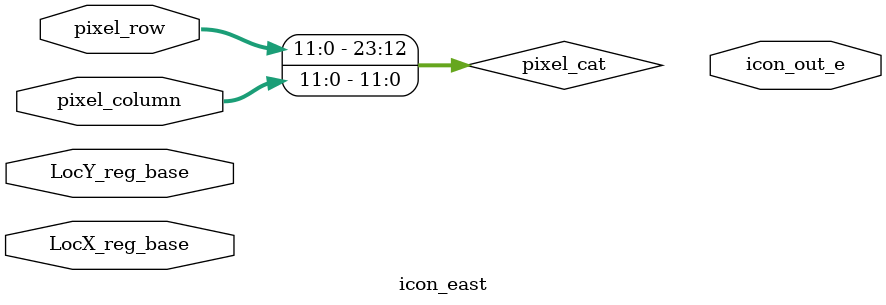
<source format=sv>
`timescale 1ns / 1ps
module icon_east(

	input wire [11:0] pixel_column,
	input wire [11:0] pixel_row,
	input wire [11:0] LocY_reg_base,
	input wire [11:0] LocX_reg_base,
	output wire [1:0] icon_out_e
);
 wire [23:0] pixel_cat;
 
 assign pixel_cat = {pixel_row, pixel_column};
 
 always @(*)
	if  (pixel_cat == {(LocY_reg_base+3), (LocX_reg_base+6)}) icon_out = 1;
	else if (pixel_cat == {(LocY_reg_base+3), (LocX_reg_base+7)}) icon_out = 1;
	else if (pixel_cat == {(LocY_reg_base+3), (LocX_reg_base+8)}) icon_out = 1;
	else if (pixel_cat == {(LocY_reg_base+3), (LocX_reg_base+9)}) icon_out = 1;
	else if (pixel_cat == {(LocY_reg_base+3), (LocX_reg_base+10)}) icon_out = 1;
	else if (pixel_cat == {(LocY_reg_base+3), (LocX_reg_base+11)}) icon_out = 1;
	else if (pixel_cat == {(LocY_reg_base+3), (LocX_reg_base+12)}) icon_out = 1;
	else if (pixel_cat == {(LocY_reg_base+3), (LocX_reg_base+13)}) icon_out = 1;
	
	else if (pixel_cat == {(LocY_reg_base+4), (LocX_reg_base+4)}) icon_out = 2;
	else if (pixel_cat == {(LocY_reg_base+4), (LocX_reg_base+5)}) icon_out = 1;
	else if (pixel_cat == {(LocY_reg_base+4), (LocX_reg_base+6)}) icon_out = 1;
	else if (pixel_cat == {(LocY_reg_base+4), (LocX_reg_base+7)}) icon_out = 1;
	else if (pixel_cat == {(LocY_reg_base+4), (LocX_reg_base+8)}) icon_out = 1;
	else if (pixel_cat == {(LocY_reg_base+4), (LocX_reg_base+9)}) icon_out = 1;
	else if (pixel_cat == {(LocY_reg_base+4), (LocX_reg_base+10)}) icon_out = 1;
	else if (pixel_cat == {(LocY_reg_base+4), (LocX_reg_base+11)}) icon_out = 1;
	else if (pixel_cat == {(LocY_reg_base+4), (LocX_reg_base+12)}) icon_out = 1;
	else if (pixel_cat == {(LocY_reg_base+4), (LocX_reg_base+13)}) icon_out = 1;
			
	else if (pixel_cat == {(LocY_reg_base+5), (LocX_reg_base+6)}) icon_out = 1;	
	else if (pixel_cat == {(LocY_reg_base+5), (LocX_reg_base+7)}) icon_out = 1;
	else if (pixel_cat == {(LocY_reg_base+5), (LocX_reg_base+8)}) icon_out = 1;
	else if (pixel_cat == {(LocY_reg_base+5), (LocX_reg_base+9)}) icon_out = 1;
	else if (pixel_cat == {(LocY_reg_base+5), (LocX_reg_base+10)}) icon_out = 3;
	else if (pixel_cat == {(LocY_reg_base+5), (LocX_reg_base+11)}) icon_out = 2;
	else if (pixel_cat == {(LocY_reg_base+5), (LocX_reg_base+12)}) icon_out = 1;
	else if (pixel_cat == {(LocY_reg_base+5), (LocX_reg_base+13)}) icon_out = 1;
	else if (pixel_cat == {(LocY_reg_base+5), (LocX_reg_base+14)}) icon_out = 2;
	else if (pixel_cat == {(LocY_reg_base+5), (LocX_reg_base+15)}) icon_out = 1;
	
	else if (pixel_cat == {(LocY_reg_base+6), (LocX_reg_base+6)}) icon_out = 1;	
	else if (pixel_cat == {(LocY_reg_base+6), (LocX_reg_base+7)}) icon_out = 1;
	else if (pixel_cat == {(LocY_reg_base+6), (LocX_reg_base+8)}) icon_out = 1;
	else if (pixel_cat == {(LocY_reg_base+6), (LocX_reg_base+9)}) icon_out = 1;
	else if (pixel_cat == {(LocY_reg_base+6), (LocX_reg_base+10)}) icon_out = 3;
	else if (pixel_cat == {(LocY_reg_base+6), (LocX_reg_base+11)}) icon_out = 3;
	else if (pixel_cat == {(LocY_reg_base+6), (LocX_reg_base+12)}) icon_out = 1;
	else if (pixel_cat == {(LocY_reg_base+6), (LocX_reg_base+13)}) icon_out = 1;
	else if (pixel_cat == {(LocY_reg_base+6), (LocX_reg_base+14)}) icon_out = 1;
	else if (pixel_cat == {(LocY_reg_base+6), (LocX_reg_base+15)}) icon_out = 2;
	
	else if (pixel_cat == {(LocY_reg_base+7), (LocX_reg_base+6)}) icon_out = 1;
	else if (pixel_cat == {(LocY_reg_base+7), (LocX_reg_base+7)}) icon_out = 1;
	else if (pixel_cat == {(LocY_reg_base+7), (LocX_reg_base+8)}) icon_out = 1;
	else if (pixel_cat == {(LocY_reg_base+7), (LocX_reg_base+9)}) icon_out = 1;
	else if (pixel_cat == {(LocY_reg_base+7), (LocX_reg_base+10)}) icon_out = 1;
	else if (pixel_cat == {(LocY_reg_base+7), (LocX_reg_base+11)}) icon_out = 1;
	else if (pixel_cat == {(LocY_reg_base+7), (LocX_reg_base+12)}) icon_out = 1;
	else if (pixel_cat == {(LocY_reg_base+7), (LocX_reg_base+13)}) icon_out = 1;
	
	else if (pixel_cat == {(LocY_reg_base+8), (LocX_reg_base+6)}) icon_out = 1;
	else if (pixel_cat == {(LocY_reg_base+8), (LocX_reg_base+7)}) icon_out = 1;
	else if (pixel_cat == {(LocY_reg_base+8), (LocX_reg_base+8)}) icon_out = 1;
	else if (pixel_cat == {(LocY_reg_base+8), (LocX_reg_base+9)}) icon_out = 1;
	else if (pixel_cat == {(LocY_reg_base+8), (LocX_reg_base+10)}) icon_out = 1;
	else if (pixel_cat == {(LocY_reg_base+8), (LocX_reg_base+11)}) icon_out = 1;
	else if (pixel_cat == {(LocY_reg_base+8), (LocX_reg_base+12)}) icon_out = 1;
	else if (pixel_cat == {(LocY_reg_base+8), (LocX_reg_base+13)}) icon_out = 1;
	
	else if (pixel_cat == {(LocY_reg_base+9), (LocX_reg_base+6)}) icon_out = 1;	
	else if (pixel_cat == {(LocY_reg_base+9), (LocX_reg_base+7)}) icon_out = 1;
	else if (pixel_cat == {(LocY_reg_base+9), (LocX_reg_base+8)}) icon_out = 1;
	else if (pixel_cat == {(LocY_reg_base+9), (LocX_reg_base+9)}) icon_out = 1;
	else if (pixel_cat == {(LocY_reg_base+9), (LocX_reg_base+10)}) icon_out = 3;
	else if (pixel_cat == {(LocY_reg_base+9), (LocX_reg_base+11)}) icon_out = 2;
	else if (pixel_cat == {(LocY_reg_base+9), (LocX_reg_base+12)}) icon_out = 1;
	else if (pixel_cat == {(LocY_reg_base+9), (LocX_reg_base+13)}) icon_out = 1;
	else if (pixel_cat == {(LocY_reg_base+9), (LocX_reg_base+14)}) icon_out = 1;
	else if (pixel_cat == {(LocY_reg_base+9), (LocX_reg_base+15)}) icon_out = 2;
	
	else if (pixel_cat == {(LocY_reg_base+10), (LocX_reg_base+6)}) icon_out = 1;	
	else if (pixel_cat == {(LocY_reg_base+10), (LocX_reg_base+7)}) icon_out = 1;
	else if (pixel_cat == {(LocY_reg_base+10), (LocX_reg_base+8)}) icon_out = 1;
	else if (pixel_cat == {(LocY_reg_base+10), (LocX_reg_base+9)}) icon_out = 1;
	else if (pixel_cat == {(LocY_reg_base+10), (LocX_reg_base+10)}) icon_out = 3;
	else if (pixel_cat == {(LocY_reg_base+10), (LocX_reg_base+11)}) icon_out = 3;
	else if (pixel_cat == {(LocY_reg_base+10), (LocX_reg_base+12)}) icon_out = 1;
	else if (pixel_cat == {(LocY_reg_base+10), (LocX_reg_base+13)}) icon_out = 1;
	else if (pixel_cat == {(LocY_reg_base+10), (LocX_reg_base+14)}) icon_out = 2;
	else if (pixel_cat == {(LocY_reg_base+10), (LocX_reg_base+15)}) icon_out = 1;
	
	else if (pixel_cat == {(LocY_reg_base+11), (LocX_reg_base+6)}) icon_out = 1;
	else if (pixel_cat == {(LocY_reg_base+11), (LocX_reg_base+7)}) icon_out = 1;
	else if (pixel_cat == {(LocY_reg_base+11), (LocX_reg_base+8)}) icon_out = 1;
	else if (pixel_cat == {(LocY_reg_base+11), (LocX_reg_base+9)}) icon_out = 1;
	else if (pixel_cat == {(LocY_reg_base+11), (LocX_reg_base+10)}) icon_out = 1;
	else if (pixel_cat == {(LocY_reg_base+11), (LocX_reg_base+11)}) icon_out = 1;
	else if (pixel_cat == {(LocY_reg_base+11), (LocX_reg_base+12)}) icon_out = 1;
	else if (pixel_cat == {(LocY_reg_base+11), (LocX_reg_base+13)}) icon_out = 1;
	
	else if (pixel_cat == {(LocY_reg_base+12), (LocX_reg_base+6)}) icon_out = 1;
	else if (pixel_cat == {(LocY_reg_base+12), (LocX_reg_base+7)}) icon_out = 1;
	else if (pixel_cat == {(LocY_reg_base+12), (LocX_reg_base+8)}) icon_out = 1;
	else if (pixel_cat == {(LocY_reg_base+12), (LocX_reg_base+9)}) icon_out = 1;
	else if (pixel_cat == {(LocY_reg_base+12), (LocX_reg_base+10)}) icon_out = 1;
	else if (pixel_cat == {(LocY_reg_base+12), (LocX_reg_base+11)}) icon_out = 1;
	else if (pixel_cat == {(LocY_reg_base+12), (LocX_reg_base+12)}) icon_out = 1;
	else if (pixel_cat == {(LocY_reg_base+12), (LocX_reg_base+13)}) icon_out = 1;
	
	else icon_out = 0;
endmodule

</source>
